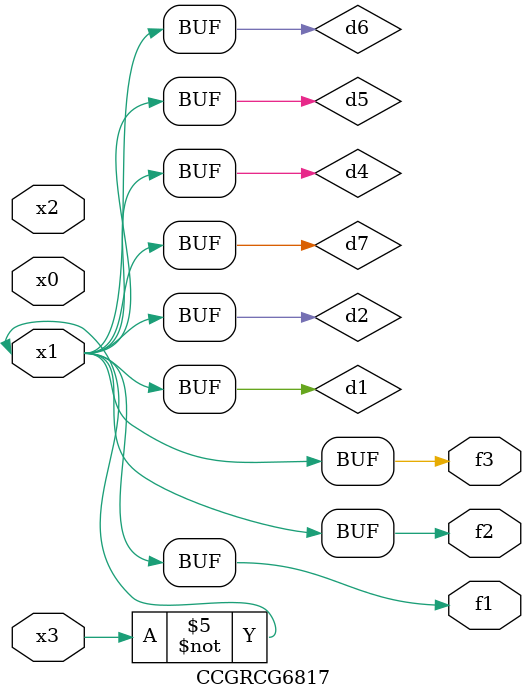
<source format=v>
module CCGRCG6817(
	input x0, x1, x2, x3,
	output f1, f2, f3
);

	wire d1, d2, d3, d4, d5, d6, d7;

	not (d1, x3);
	buf (d2, x1);
	xnor (d3, d1, d2);
	nor (d4, d1);
	buf (d5, d1, d2);
	buf (d6, d4, d5);
	nand (d7, d4);
	assign f1 = d6;
	assign f2 = d7;
	assign f3 = d6;
endmodule

</source>
